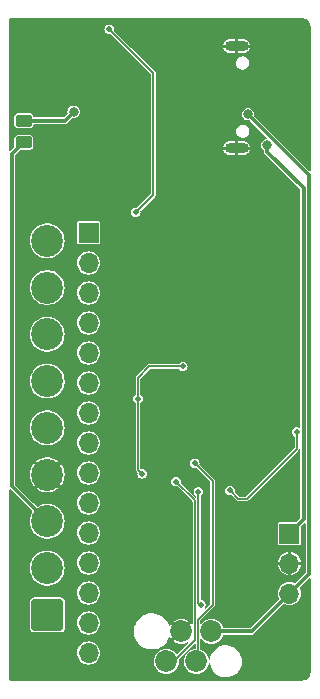
<source format=gbr>
%TF.GenerationSoftware,KiCad,Pcbnew,7.0.2*%
%TF.CreationDate,2023-08-01T17:34:10+02:00*%
%TF.ProjectId,playstation_adapter,706c6179-7374-4617-9469-6f6e5f616461,0.9*%
%TF.SameCoordinates,Original*%
%TF.FileFunction,Copper,L2,Bot*%
%TF.FilePolarity,Positive*%
%FSLAX46Y46*%
G04 Gerber Fmt 4.6, Leading zero omitted, Abs format (unit mm)*
G04 Created by KiCad (PCBNEW 7.0.2) date 2023-08-01 17:34:10*
%MOMM*%
%LPD*%
G01*
G04 APERTURE LIST*
G04 Aperture macros list*
%AMRoundRect*
0 Rectangle with rounded corners*
0 $1 Rounding radius*
0 $2 $3 $4 $5 $6 $7 $8 $9 X,Y pos of 4 corners*
0 Add a 4 corners polygon primitive as box body*
4,1,4,$2,$3,$4,$5,$6,$7,$8,$9,$2,$3,0*
0 Add four circle primitives for the rounded corners*
1,1,$1+$1,$2,$3*
1,1,$1+$1,$4,$5*
1,1,$1+$1,$6,$7*
1,1,$1+$1,$8,$9*
0 Add four rect primitives between the rounded corners*
20,1,$1+$1,$2,$3,$4,$5,0*
20,1,$1+$1,$4,$5,$6,$7,0*
20,1,$1+$1,$6,$7,$8,$9,0*
20,1,$1+$1,$8,$9,$2,$3,0*%
G04 Aperture macros list end*
%TA.AperFunction,ComponentPad*%
%ADD10O,2.000000X0.900000*%
%TD*%
%TA.AperFunction,ComponentPad*%
%ADD11R,1.700000X1.700000*%
%TD*%
%TA.AperFunction,ComponentPad*%
%ADD12O,1.700000X1.700000*%
%TD*%
%TA.AperFunction,ComponentPad*%
%ADD13C,1.850000*%
%TD*%
%TA.AperFunction,SMDPad,CuDef*%
%ADD14RoundRect,0.250000X-0.450000X0.262500X-0.450000X-0.262500X0.450000X-0.262500X0.450000X0.262500X0*%
%TD*%
%TA.AperFunction,ComponentPad*%
%ADD15RoundRect,0.250001X1.099999X-1.099999X1.099999X1.099999X-1.099999X1.099999X-1.099999X-1.099999X0*%
%TD*%
%TA.AperFunction,ComponentPad*%
%ADD16C,2.700000*%
%TD*%
%TA.AperFunction,ViaPad*%
%ADD17C,0.500000*%
%TD*%
%TA.AperFunction,ViaPad*%
%ADD18C,0.800000*%
%TD*%
%TA.AperFunction,Conductor*%
%ADD19C,0.300000*%
%TD*%
%TA.AperFunction,Conductor*%
%ADD20C,0.127000*%
%TD*%
G04 APERTURE END LIST*
D10*
%TO.P,J3,S1,SHIELD*%
%TO.N,GND*%
X75030000Y-48320000D03*
X75030000Y-39680000D03*
%TD*%
D11*
%TO.P,J2,1,Pin_1*%
%TO.N,/RP2040-base/GPIO1*%
X62500000Y-55500000D03*
D12*
%TO.P,J2,2,Pin_2*%
%TO.N,/RP2040-base/GPIO2*%
X62500000Y-58040000D03*
%TO.P,J2,3,Pin_3*%
%TO.N,/RP2040-base/GPIO3*%
X62500000Y-60580000D03*
%TO.P,J2,4,Pin_4*%
%TO.N,/RP2040-base/GPIO4*%
X62500000Y-63120000D03*
%TO.P,J2,5,Pin_5*%
%TO.N,/RP2040-base/GPIO5*%
X62500000Y-65660000D03*
%TO.P,J2,6,Pin_6*%
%TO.N,/RP2040-base/GPIO6*%
X62500000Y-68200000D03*
%TO.P,J2,7,Pin_7*%
%TO.N,/RP2040-base/GPIO7*%
X62500000Y-70740000D03*
%TO.P,J2,8,Pin_8*%
%TO.N,/RP2040-base/GPIO8*%
X62500000Y-73280000D03*
%TO.P,J2,9,Pin_9*%
%TO.N,/RP2040-base/GPIO9*%
X62500000Y-75820000D03*
%TO.P,J2,10,Pin_10*%
%TO.N,/RP2040-base/GPIO10*%
X62500000Y-78360000D03*
%TO.P,J2,11,Pin_11*%
%TO.N,/RP2040-base/GPIO11*%
X62500000Y-80900000D03*
%TO.P,J2,12,Pin_12*%
%TO.N,/RP2040-base/GPIO12*%
X62500000Y-83440000D03*
%TO.P,J2,13,Pin_13*%
%TO.N,/RP2040-base/GPIO14*%
X62500000Y-85980000D03*
%TO.P,J2,14,Pin_14*%
%TO.N,/RP2040-base/GPIO15*%
X62500000Y-88520000D03*
%TO.P,J2,15,Pin_15*%
%TO.N,/RP2040-base/GPIO16*%
X62500000Y-91060000D03*
%TD*%
D13*
%TO.P,SWD1,1,Pin_1*%
%TO.N,/RP2040-base/SWCLK*%
X69095000Y-91770000D03*
%TO.P,SWD1,2,Pin_2*%
%TO.N,GND*%
X70365000Y-89230000D03*
%TO.P,SWD1,3,Pin_3*%
%TO.N,/RP2040-base/SWD*%
X71635000Y-91770000D03*
%TO.P,SWD1,4,Pin_4*%
%TO.N,VBUS*%
X72905000Y-89230000D03*
%TD*%
D11*
%TO.P,J1,1,Pin_1*%
%TO.N,+3V3*%
X79500000Y-80960000D03*
D12*
%TO.P,J1,2,Pin_2*%
%TO.N,GND*%
X79500000Y-83500000D03*
%TO.P,J1,3,Pin_3*%
%TO.N,VBUS*%
X79500000Y-86040000D03*
%TD*%
D14*
%TO.P,R2,1*%
%TO.N,VBUS*%
X57000000Y-46000000D03*
%TO.P,R2,2*%
%TO.N,/vibrator power*%
X57000000Y-47825000D03*
%TD*%
D15*
%TO.P,J4,1,data*%
%TO.N,/RP2040-base/GPIO13*%
X59000000Y-87840000D03*
D16*
%TO.P,J4,2,cmd*%
%TO.N,/RP2040-base/GPIO12*%
X59000000Y-83880000D03*
%TO.P,J4,3,vpwr*%
%TO.N,/vibrator power*%
X59000000Y-79920000D03*
%TO.P,J4,4,gnd*%
%TO.N,GND*%
X59000000Y-75960000D03*
%TO.P,J4,5,pwr*%
%TO.N,+3V3*%
X59000000Y-72000000D03*
%TO.P,J4,6,att*%
%TO.N,/RP2040-base/GPIO6*%
X59000000Y-68040000D03*
%TO.P,J4,7,clk*%
%TO.N,/RP2040-base/GPIO4*%
X59000000Y-64080000D03*
%TO.P,J4,8,n.c.*%
%TO.N,unconnected-(J4-n.c.-Pad8)*%
X59000000Y-60120000D03*
%TO.P,J4,9,ack*%
%TO.N,/RP2040-base/GPIO0*%
X59000000Y-56160000D03*
%TD*%
D17*
%TO.N,GND*%
X67757359Y-84020815D03*
X73414214Y-70585786D03*
X74298097Y-72530330D03*
X67000000Y-45500000D03*
X80131728Y-69525126D03*
X69525126Y-61393398D03*
X68641243Y-79247845D03*
X76419417Y-76772971D03*
X77250000Y-66700000D03*
X69171573Y-72000000D03*
X69525126Y-79424621D03*
X61750000Y-50250000D03*
X74298097Y-71469670D03*
X79424621Y-68818019D03*
X67000000Y-43500000D03*
X72707107Y-56443651D03*
X79071068Y-74121320D03*
X68818019Y-62100505D03*
X61750000Y-49250000D03*
X68818019Y-64928932D03*
X70585786Y-80485281D03*
X72707107Y-54675884D03*
X72707107Y-52908117D03*
X65250000Y-50500000D03*
X72000000Y-46250000D03*
X73237437Y-73590990D03*
X70585786Y-70585786D03*
X67757359Y-78363961D03*
X66696699Y-82960155D03*
X67403806Y-67757359D03*
X68110913Y-62100505D03*
X72250000Y-41750000D03*
X76596194Y-65989592D03*
X72000000Y-69171573D03*
X70585786Y-73414214D03*
X76242641Y-64928932D03*
D18*
%TO.N,+3V3*%
X77651194Y-48052304D03*
D17*
X74474874Y-77303301D03*
X66696699Y-69525126D03*
X67050253Y-75889087D03*
X80131728Y-72353553D03*
X70479720Y-66802765D03*
%TO.N,/RP2040-base/~{USB_BOOT}*%
X66500000Y-53750000D03*
X64250000Y-38250000D03*
%TO.N,/RP2040-base/SWCLK*%
X69900000Y-76550000D03*
%TO.N,/RP2040-base/SWD*%
X71500000Y-75000000D03*
%TO.N,/RP2040-base/GPIO16*%
X71800000Y-77400000D03*
X72000000Y-87000000D03*
D18*
%TO.N,VBUS*%
X76000000Y-45444394D03*
X61250000Y-45250000D03*
%TD*%
D19*
%TO.N,+3V3*%
X80723000Y-79737000D02*
X79500000Y-80960000D01*
D20*
X66696699Y-75535534D02*
X67050253Y-75889087D01*
X66696699Y-69525126D02*
X66696699Y-75535534D01*
X75181981Y-78010408D02*
X75889087Y-78010408D01*
X67651293Y-66802765D02*
X70479720Y-66802765D01*
X66696699Y-69525126D02*
X66696699Y-67757359D01*
X66696699Y-67757359D02*
X67651293Y-66802765D01*
X80131728Y-73767767D02*
X80131728Y-72353553D01*
X74474874Y-77303301D02*
X75181981Y-78010408D01*
D19*
X80723000Y-51723000D02*
X80723000Y-79737000D01*
D20*
X75889087Y-78010408D02*
X80131728Y-73767767D01*
D19*
X77651194Y-48651194D02*
X80723000Y-51723000D01*
X77651194Y-48052304D02*
X77651194Y-48651194D01*
D20*
%TO.N,/RP2040-base/~{USB_BOOT}*%
X66500000Y-53750000D02*
X68000000Y-52250000D01*
X68000000Y-42000000D02*
X64250000Y-38250000D01*
X68000000Y-52250000D02*
X68000000Y-42000000D01*
%TO.N,/RP2040-base/SWCLK*%
X71500000Y-89960000D02*
X69460000Y-92000000D01*
X69900000Y-76550000D02*
X71500000Y-78150000D01*
X71500000Y-78150000D02*
X71500000Y-89960000D01*
%TO.N,/RP2040-base/SWD*%
X73000000Y-76500000D02*
X71500000Y-75000000D01*
X71754000Y-91651000D02*
X71754000Y-88246000D01*
X73000000Y-87000000D02*
X73000000Y-76500000D01*
X71635000Y-91770000D02*
X71754000Y-91651000D01*
X71754000Y-88246000D02*
X73000000Y-87000000D01*
%TO.N,/RP2040-base/GPIO16*%
X71800000Y-77400000D02*
X71800000Y-86800000D01*
X71800000Y-86800000D02*
X72000000Y-87000000D01*
D19*
%TO.N,VBUS*%
X81150000Y-84390000D02*
X79500000Y-86040000D01*
X76310000Y-89230000D02*
X72905000Y-89230000D01*
X79500000Y-86040000D02*
X76310000Y-89230000D01*
X81150000Y-50594394D02*
X81150000Y-84390000D01*
X60500000Y-46000000D02*
X61250000Y-45250000D01*
X76000000Y-45444394D02*
X81150000Y-50594394D01*
X57000000Y-46000000D02*
X60500000Y-46000000D01*
%TO.N,/vibrator power*%
X56000000Y-48825000D02*
X56000000Y-76920000D01*
X56000000Y-76920000D02*
X59000000Y-79920000D01*
X57000000Y-47825000D02*
X56000000Y-48825000D01*
%TD*%
%TA.AperFunction,Conductor*%
%TO.N,GND*%
G36*
X80603056Y-37300801D02*
G01*
X80730342Y-37313337D01*
X80742353Y-37315726D01*
X80861799Y-37351960D01*
X80873110Y-37356644D01*
X80983195Y-37415486D01*
X80993378Y-37422291D01*
X81089862Y-37501474D01*
X81098525Y-37510137D01*
X81177708Y-37606621D01*
X81184515Y-37616808D01*
X81243351Y-37726881D01*
X81248040Y-37738202D01*
X81284272Y-37857645D01*
X81286662Y-37869660D01*
X81299199Y-37996941D01*
X81299500Y-38003068D01*
X81299500Y-50200561D01*
X81281194Y-50244755D01*
X81237000Y-50263061D01*
X81192806Y-50244755D01*
X76537604Y-45589554D01*
X76519298Y-45545360D01*
X76519833Y-45537202D01*
X76522621Y-45516026D01*
X76532052Y-45444394D01*
X76513923Y-45306689D01*
X76460771Y-45178368D01*
X76460770Y-45178367D01*
X76460770Y-45178366D01*
X76376218Y-45068175D01*
X76266027Y-44983623D01*
X76137703Y-44930470D01*
X76000000Y-44912342D01*
X75862296Y-44930470D01*
X75733972Y-44983623D01*
X75623781Y-45068175D01*
X75539229Y-45178366D01*
X75486076Y-45306690D01*
X75467948Y-45444394D01*
X75486076Y-45582097D01*
X75539229Y-45710421D01*
X75623781Y-45820612D01*
X75733972Y-45905164D01*
X75733973Y-45905164D01*
X75733974Y-45905165D01*
X75862295Y-45958317D01*
X76000000Y-45976446D01*
X76092807Y-45964227D01*
X76139012Y-45976607D01*
X76145159Y-45981998D01*
X77590048Y-47426886D01*
X77608354Y-47471080D01*
X77590048Y-47515274D01*
X77554013Y-47533045D01*
X77513490Y-47538380D01*
X77385166Y-47591533D01*
X77274975Y-47676085D01*
X77190423Y-47786276D01*
X77137270Y-47914600D01*
X77119142Y-48052304D01*
X77137270Y-48190007D01*
X77190423Y-48318331D01*
X77255792Y-48403521D01*
X77274976Y-48428522D01*
X77349241Y-48485507D01*
X77373159Y-48526932D01*
X77373694Y-48535091D01*
X77373694Y-48595731D01*
X77371464Y-48609397D01*
X77373627Y-48656159D01*
X77373694Y-48659046D01*
X77373694Y-48676911D01*
X77374083Y-48678994D01*
X77375079Y-48687582D01*
X77376386Y-48715829D01*
X77381406Y-48727199D01*
X77385667Y-48740957D01*
X77387951Y-48753177D01*
X77402835Y-48777216D01*
X77406870Y-48784871D01*
X77418291Y-48810736D01*
X77427080Y-48819525D01*
X77436024Y-48830816D01*
X77442566Y-48841382D01*
X77465129Y-48858421D01*
X77471658Y-48864103D01*
X80427194Y-51819639D01*
X80445500Y-51863833D01*
X80445500Y-71957456D01*
X80427194Y-72001650D01*
X80383000Y-72019956D01*
X80354626Y-72013144D01*
X80258284Y-71964055D01*
X80131728Y-71944011D01*
X80005171Y-71964055D01*
X79891004Y-72022226D01*
X79800401Y-72112829D01*
X79742230Y-72226996D01*
X79722186Y-72353552D01*
X79742230Y-72480109D01*
X79800401Y-72594276D01*
X79891004Y-72684877D01*
X79891005Y-72684879D01*
X79906602Y-72692826D01*
X79937669Y-72729200D01*
X79940728Y-72748514D01*
X79940728Y-73662764D01*
X79922422Y-73706958D01*
X75828278Y-77801102D01*
X75784084Y-77819408D01*
X75286984Y-77819408D01*
X75242790Y-77801102D01*
X74887869Y-77446181D01*
X74869563Y-77401987D01*
X74870331Y-77392222D01*
X74884416Y-77303301D01*
X74864372Y-77176746D01*
X74820726Y-77091086D01*
X74806200Y-77062577D01*
X74715597Y-76971974D01*
X74601430Y-76913803D01*
X74538151Y-76903781D01*
X74474874Y-76893759D01*
X74474873Y-76893759D01*
X74348317Y-76913803D01*
X74234150Y-76971974D01*
X74143547Y-77062577D01*
X74085376Y-77176744D01*
X74065332Y-77303300D01*
X74085376Y-77429857D01*
X74143547Y-77544024D01*
X74234150Y-77634627D01*
X74348317Y-77692798D01*
X74348319Y-77692799D01*
X74474874Y-77712843D01*
X74563784Y-77698760D01*
X74610296Y-77709926D01*
X74617754Y-77716296D01*
X75016466Y-78115008D01*
X75028580Y-78132079D01*
X75028809Y-78132554D01*
X75028811Y-78132557D01*
X75051772Y-78150868D01*
X75056987Y-78155529D01*
X75062141Y-78160683D01*
X75068313Y-78164561D01*
X75074020Y-78168611D01*
X75096975Y-78186917D01*
X75096978Y-78186919D01*
X75097485Y-78187034D01*
X75116829Y-78195045D01*
X75117275Y-78195326D01*
X75146448Y-78198612D01*
X75153343Y-78199783D01*
X75160460Y-78201408D01*
X75167745Y-78201408D01*
X75174742Y-78201801D01*
X75177975Y-78202165D01*
X75203916Y-78205088D01*
X75204410Y-78204914D01*
X75225052Y-78201408D01*
X75846016Y-78201408D01*
X75866657Y-78204914D01*
X75867152Y-78205088D01*
X75893420Y-78202128D01*
X75896326Y-78201801D01*
X75903323Y-78201408D01*
X75910610Y-78201408D01*
X75917708Y-78199787D01*
X75924621Y-78198611D01*
X75953793Y-78195326D01*
X75954228Y-78195052D01*
X75973583Y-78187035D01*
X75974090Y-78186919D01*
X75997038Y-78168617D01*
X76002749Y-78164563D01*
X76008927Y-78160683D01*
X76014093Y-78155515D01*
X76019292Y-78150870D01*
X76042257Y-78132557D01*
X76042484Y-78132084D01*
X76054598Y-78115010D01*
X80236330Y-73933278D01*
X80253404Y-73921164D01*
X80253877Y-73920937D01*
X80272190Y-73897972D01*
X80276835Y-73892773D01*
X80282003Y-73887607D01*
X80285883Y-73881429D01*
X80289937Y-73875718D01*
X80308239Y-73852770D01*
X80308355Y-73852263D01*
X80316373Y-73832907D01*
X80316646Y-73832473D01*
X80319931Y-73803301D01*
X80321108Y-73796383D01*
X80322070Y-73792172D01*
X80349758Y-73753164D01*
X80396919Y-73745161D01*
X80435927Y-73772849D01*
X80445500Y-73806091D01*
X80445500Y-79596168D01*
X80427194Y-79640362D01*
X80103362Y-79964194D01*
X80059168Y-79982500D01*
X78637442Y-79982500D01*
X78618846Y-79986199D01*
X78600251Y-79989898D01*
X78558078Y-80018078D01*
X78529898Y-80060251D01*
X78529897Y-80060252D01*
X78529898Y-80060252D01*
X78522500Y-80097442D01*
X78522500Y-81822558D01*
X78529898Y-81859748D01*
X78558078Y-81901922D01*
X78600252Y-81930102D01*
X78637442Y-81937500D01*
X78637443Y-81937500D01*
X80362557Y-81937500D01*
X80362558Y-81937500D01*
X80399748Y-81930102D01*
X80441922Y-81901922D01*
X80470102Y-81859748D01*
X80477500Y-81822558D01*
X80477500Y-80400830D01*
X80495805Y-80356638D01*
X80765806Y-80086638D01*
X80810000Y-80068332D01*
X80854194Y-80086638D01*
X80872500Y-80130832D01*
X80872500Y-84249167D01*
X80854194Y-84293361D01*
X79999329Y-85148225D01*
X79955135Y-85166531D01*
X79925673Y-85159151D01*
X79875884Y-85132538D01*
X79691622Y-85076642D01*
X79500000Y-85057770D01*
X79308377Y-85076642D01*
X79124114Y-85132538D01*
X78954303Y-85223305D01*
X78805459Y-85345459D01*
X78683305Y-85494303D01*
X78592538Y-85664114D01*
X78536642Y-85848377D01*
X78517770Y-86040000D01*
X78536642Y-86231622D01*
X78592538Y-86415884D01*
X78619151Y-86465673D01*
X78623840Y-86513278D01*
X78608225Y-86539329D01*
X76213362Y-88934194D01*
X76169168Y-88952500D01*
X73967035Y-88952500D01*
X73922841Y-88934194D01*
X73907226Y-88908143D01*
X73882089Y-88825277D01*
X73784356Y-88642433D01*
X73703644Y-88544085D01*
X73652831Y-88482168D01*
X73534873Y-88385364D01*
X73492567Y-88350644D01*
X73309723Y-88252911D01*
X73309723Y-88252910D01*
X73111324Y-88192727D01*
X72927539Y-88174626D01*
X72905000Y-88172407D01*
X72904999Y-88172407D01*
X72698675Y-88192727D01*
X72500276Y-88252911D01*
X72399444Y-88306808D01*
X72317433Y-88350644D01*
X72317431Y-88350645D01*
X72317430Y-88350646D01*
X72157171Y-88482166D01*
X72055813Y-88605672D01*
X72013626Y-88628221D01*
X71967850Y-88614335D01*
X71945301Y-88572148D01*
X71945000Y-88566022D01*
X71945000Y-88351002D01*
X71963305Y-88306809D01*
X73104602Y-87165511D01*
X73121676Y-87153397D01*
X73122149Y-87153170D01*
X73140462Y-87130205D01*
X73145107Y-87125006D01*
X73150275Y-87119840D01*
X73154155Y-87113662D01*
X73158209Y-87107951D01*
X73176511Y-87085003D01*
X73176627Y-87084496D01*
X73184645Y-87065140D01*
X73184918Y-87064706D01*
X73188203Y-87035534D01*
X73189379Y-87028621D01*
X73191000Y-87021522D01*
X73191000Y-87014235D01*
X73191393Y-87007237D01*
X73191830Y-87003357D01*
X73194680Y-86978065D01*
X73194507Y-86977570D01*
X73191000Y-86956929D01*
X73191000Y-83627000D01*
X78530782Y-83627000D01*
X78537136Y-83691522D01*
X78593003Y-83875692D01*
X78683724Y-84045419D01*
X78805813Y-84194186D01*
X78954580Y-84316275D01*
X79124307Y-84406996D01*
X79308477Y-84462863D01*
X79373000Y-84469217D01*
X79373000Y-83986881D01*
X79464237Y-84000000D01*
X79535763Y-84000000D01*
X79627000Y-83986881D01*
X79627000Y-84469217D01*
X79691522Y-84462863D01*
X79875692Y-84406996D01*
X80045419Y-84316275D01*
X80194186Y-84194186D01*
X80316275Y-84045419D01*
X80406996Y-83875692D01*
X80462863Y-83691522D01*
X80469218Y-83627000D01*
X79983818Y-83627000D01*
X80000000Y-83571889D01*
X80000000Y-83428111D01*
X79983818Y-83373000D01*
X80469217Y-83373000D01*
X80462863Y-83308477D01*
X80406996Y-83124307D01*
X80316275Y-82954580D01*
X80194186Y-82805813D01*
X80045419Y-82683724D01*
X79875692Y-82593003D01*
X79691524Y-82537136D01*
X79627000Y-82530780D01*
X79627000Y-83013118D01*
X79535763Y-83000000D01*
X79464237Y-83000000D01*
X79373000Y-83013118D01*
X79373000Y-82530781D01*
X79372999Y-82530780D01*
X79308475Y-82537136D01*
X79124307Y-82593003D01*
X78954580Y-82683724D01*
X78805813Y-82805813D01*
X78683724Y-82954580D01*
X78593003Y-83124307D01*
X78537136Y-83308477D01*
X78530782Y-83373000D01*
X79016182Y-83373000D01*
X79000000Y-83428111D01*
X79000000Y-83571889D01*
X79016182Y-83627000D01*
X78530782Y-83627000D01*
X73191000Y-83627000D01*
X73191000Y-76543070D01*
X73194507Y-76522427D01*
X73194680Y-76521935D01*
X73191393Y-76492760D01*
X73191000Y-76485763D01*
X73191000Y-76478482D01*
X73191000Y-76478479D01*
X73189375Y-76471362D01*
X73188203Y-76464460D01*
X73185585Y-76441221D01*
X73184918Y-76435294D01*
X73184637Y-76434848D01*
X73176626Y-76415504D01*
X73176511Y-76414997D01*
X73176509Y-76414994D01*
X73158203Y-76392039D01*
X73154153Y-76386332D01*
X73150275Y-76380160D01*
X73145121Y-76375006D01*
X73140460Y-76369791D01*
X73122149Y-76346830D01*
X73122146Y-76346828D01*
X73121671Y-76346599D01*
X73104600Y-76334485D01*
X71912995Y-75142880D01*
X71894689Y-75098686D01*
X71895457Y-75088921D01*
X71909542Y-75000000D01*
X71889498Y-74873445D01*
X71866807Y-74828912D01*
X71831326Y-74759276D01*
X71740723Y-74668673D01*
X71626556Y-74610502D01*
X71500000Y-74590458D01*
X71373443Y-74610502D01*
X71259276Y-74668673D01*
X71168673Y-74759276D01*
X71110502Y-74873443D01*
X71090458Y-75000000D01*
X71110502Y-75126556D01*
X71168673Y-75240723D01*
X71259276Y-75331326D01*
X71373443Y-75389497D01*
X71373445Y-75389498D01*
X71500000Y-75409542D01*
X71588910Y-75395459D01*
X71635422Y-75406625D01*
X71642880Y-75412995D01*
X72790694Y-76560809D01*
X72809000Y-76605003D01*
X72809000Y-86894997D01*
X72790694Y-86939191D01*
X72446390Y-87283494D01*
X72402196Y-87301800D01*
X72358002Y-87283494D01*
X72339696Y-87239300D01*
X72346507Y-87210928D01*
X72389498Y-87126555D01*
X72409542Y-87000000D01*
X72389498Y-86873445D01*
X72350391Y-86796694D01*
X72331326Y-86759276D01*
X72240723Y-86668673D01*
X72126556Y-86610502D01*
X72043723Y-86597383D01*
X72002936Y-86572388D01*
X71991000Y-86535652D01*
X71991000Y-77794961D01*
X72009306Y-77750767D01*
X72025126Y-77739273D01*
X72040723Y-77731326D01*
X72131326Y-77640723D01*
X72189498Y-77526555D01*
X72209542Y-77400000D01*
X72189498Y-77273445D01*
X72140226Y-77176744D01*
X72131326Y-77159276D01*
X72040723Y-77068673D01*
X71926556Y-77010502D01*
X71800000Y-76990458D01*
X71673443Y-77010502D01*
X71559276Y-77068673D01*
X71468673Y-77159276D01*
X71410502Y-77273443D01*
X71390458Y-77400000D01*
X71410502Y-77526556D01*
X71468673Y-77640723D01*
X71520749Y-77692798D01*
X71559277Y-77731326D01*
X71574874Y-77739273D01*
X71605941Y-77775647D01*
X71609000Y-77794961D01*
X71609000Y-77837997D01*
X71590694Y-77882191D01*
X71546500Y-77900497D01*
X71502306Y-77882191D01*
X70312995Y-76692880D01*
X70294689Y-76648686D01*
X70295457Y-76638921D01*
X70309542Y-76550000D01*
X70289498Y-76423445D01*
X70285450Y-76415500D01*
X70231326Y-76309276D01*
X70140723Y-76218673D01*
X70026556Y-76160502D01*
X69900000Y-76140458D01*
X69773443Y-76160502D01*
X69659276Y-76218673D01*
X69568673Y-76309276D01*
X69510502Y-76423443D01*
X69490458Y-76550000D01*
X69510502Y-76676556D01*
X69568673Y-76790723D01*
X69659276Y-76881326D01*
X69719028Y-76911771D01*
X69773445Y-76939498D01*
X69900000Y-76959542D01*
X69988910Y-76945459D01*
X70035422Y-76956625D01*
X70042880Y-76962995D01*
X71290694Y-78210809D01*
X71309000Y-78255003D01*
X71309000Y-88547314D01*
X71290694Y-88591508D01*
X71246500Y-88609814D01*
X71202306Y-88591508D01*
X71198187Y-88586964D01*
X71193432Y-88581171D01*
X70959770Y-88814832D01*
X70895936Y-88729088D01*
X70781950Y-88633442D01*
X71013827Y-88401566D01*
X71013827Y-88401565D01*
X70952289Y-88351062D01*
X70769532Y-88253376D01*
X70571226Y-88193221D01*
X70365000Y-88172910D01*
X70158773Y-88193221D01*
X69960467Y-88253376D01*
X69777713Y-88351061D01*
X69716171Y-88401566D01*
X69949877Y-88635272D01*
X69895806Y-88670837D01*
X69779501Y-88794112D01*
X69768522Y-88813127D01*
X69536566Y-88581171D01*
X69486062Y-88642712D01*
X69429542Y-88748451D01*
X69392564Y-88778797D01*
X69344959Y-88774108D01*
X69314613Y-88737130D01*
X69314431Y-88736518D01*
X69299760Y-88685867D01*
X69193895Y-88462762D01*
X69193894Y-88462761D01*
X69193893Y-88462758D01*
X69053613Y-88259528D01*
X68882545Y-88081427D01*
X68685126Y-87933076D01*
X68466466Y-87818315D01*
X68465380Y-87817952D01*
X68232224Y-87740113D01*
X67988474Y-87700500D01*
X67803361Y-87700500D01*
X67802116Y-87700600D01*
X67802103Y-87700601D01*
X67618855Y-87715394D01*
X67457512Y-87755162D01*
X67379081Y-87774494D01*
X67276231Y-87818314D01*
X67151888Y-87871291D01*
X66943176Y-88003272D01*
X66758333Y-88167029D01*
X66602151Y-88358317D01*
X66541853Y-88462758D01*
X66482234Y-88566022D01*
X66478675Y-88572186D01*
X66391108Y-88803078D01*
X66341711Y-89045041D01*
X66331768Y-89291786D01*
X66361535Y-89536936D01*
X66430237Y-89774129D01*
X66536106Y-89997241D01*
X66676386Y-90200471D01*
X66847454Y-90378572D01*
X67044873Y-90526923D01*
X67044875Y-90526924D01*
X67263537Y-90641686D01*
X67497776Y-90719887D01*
X67741526Y-90759500D01*
X67741529Y-90759500D01*
X67925381Y-90759500D01*
X67926639Y-90759500D01*
X68111147Y-90744605D01*
X68350919Y-90685506D01*
X68578107Y-90588711D01*
X68786825Y-90456726D01*
X68971668Y-90292969D01*
X69127849Y-90101682D01*
X69251323Y-89887818D01*
X69315646Y-89718211D01*
X69348432Y-89683383D01*
X69396246Y-89681938D01*
X69429203Y-89710914D01*
X69486064Y-89817291D01*
X69536565Y-89878827D01*
X69536566Y-89878827D01*
X69770227Y-89645165D01*
X69834064Y-89730912D01*
X69948047Y-89826556D01*
X69716171Y-90058432D01*
X69716171Y-90058433D01*
X69777710Y-90108937D01*
X69960467Y-90206623D01*
X70158773Y-90266778D01*
X70365000Y-90287089D01*
X70571226Y-90266778D01*
X70769530Y-90206623D01*
X70857092Y-90159820D01*
X70904697Y-90155131D01*
X70941675Y-90185477D01*
X70946364Y-90233082D01*
X70930749Y-90259134D01*
X70038034Y-91151849D01*
X69993840Y-91170155D01*
X69949646Y-91151849D01*
X69945527Y-91147305D01*
X69873877Y-91059999D01*
X69842831Y-91022169D01*
X69842829Y-91022167D01*
X69842828Y-91022166D01*
X69682569Y-90890646D01*
X69682570Y-90890646D01*
X69682567Y-90890644D01*
X69499723Y-90792911D01*
X69389582Y-90759500D01*
X69301324Y-90732727D01*
X69117539Y-90714626D01*
X69095000Y-90712407D01*
X69094999Y-90712407D01*
X68888675Y-90732727D01*
X68690276Y-90792911D01*
X68585294Y-90849025D01*
X68507433Y-90890644D01*
X68507431Y-90890645D01*
X68507430Y-90890646D01*
X68347168Y-91022168D01*
X68215646Y-91182430D01*
X68117911Y-91365276D01*
X68057727Y-91563675D01*
X68037407Y-91770000D01*
X68057727Y-91976324D01*
X68082017Y-92056397D01*
X68117911Y-92174723D01*
X68215644Y-92357567D01*
X68250364Y-92399873D01*
X68347168Y-92517831D01*
X68420901Y-92578341D01*
X68507433Y-92649356D01*
X68690277Y-92747089D01*
X68888674Y-92807272D01*
X69095000Y-92827593D01*
X69301326Y-92807272D01*
X69499723Y-92747089D01*
X69682567Y-92649356D01*
X69842831Y-92517831D01*
X69974356Y-92357567D01*
X70072089Y-92174723D01*
X70132272Y-91976326D01*
X70152593Y-91770000D01*
X70138232Y-91624195D01*
X70152118Y-91578420D01*
X70156227Y-91573886D01*
X71456307Y-90273807D01*
X71500500Y-90255502D01*
X71544694Y-90273808D01*
X71563000Y-90318002D01*
X71563000Y-90662851D01*
X71544694Y-90707045D01*
X71506626Y-90725050D01*
X71428675Y-90732727D01*
X71230276Y-90792911D01*
X71125294Y-90849025D01*
X71047433Y-90890644D01*
X71047431Y-90890645D01*
X71047430Y-90890646D01*
X70887168Y-91022168D01*
X70755646Y-91182430D01*
X70657911Y-91365276D01*
X70597727Y-91563675D01*
X70577407Y-91769999D01*
X70597727Y-91976324D01*
X70622017Y-92056397D01*
X70657911Y-92174723D01*
X70755644Y-92357567D01*
X70790364Y-92399873D01*
X70887168Y-92517831D01*
X70960901Y-92578341D01*
X71047433Y-92649356D01*
X71230277Y-92747089D01*
X71428674Y-92807272D01*
X71635000Y-92827593D01*
X71841326Y-92807272D01*
X72039723Y-92747089D01*
X72222567Y-92649356D01*
X72382831Y-92517831D01*
X72514356Y-92357567D01*
X72612089Y-92174723D01*
X72672272Y-91976326D01*
X72672272Y-91976324D01*
X72673302Y-91972930D01*
X72703649Y-91935953D01*
X72751254Y-91931264D01*
X72788231Y-91961611D01*
X72794208Y-91977906D01*
X72835189Y-92168061D01*
X72921159Y-92382007D01*
X73042047Y-92578341D01*
X73146418Y-92696930D01*
X73194380Y-92751425D01*
X73373772Y-92896274D01*
X73464857Y-92947156D01*
X73575060Y-93008720D01*
X73575063Y-93008721D01*
X73792462Y-93085533D01*
X74019715Y-93124500D01*
X74191203Y-93124500D01*
X74192535Y-93124500D01*
X74364739Y-93109843D01*
X74587869Y-93051745D01*
X74797971Y-92956773D01*
X74989000Y-92827659D01*
X75073067Y-92747088D01*
X75155462Y-92668120D01*
X75266614Y-92517831D01*
X75292566Y-92482742D01*
X75396370Y-92276860D01*
X75396370Y-92276859D01*
X75396372Y-92276856D01*
X75463885Y-92056401D01*
X75465700Y-92042229D01*
X75493172Y-91827694D01*
X75483386Y-91597332D01*
X75434810Y-91371938D01*
X75348841Y-91157994D01*
X75348840Y-91157992D01*
X75227952Y-90961658D01*
X75075620Y-90788575D01*
X75006455Y-90732728D01*
X74896228Y-90643726D01*
X74877107Y-90633044D01*
X74694939Y-90531279D01*
X74477538Y-90454467D01*
X74250285Y-90415500D01*
X74077465Y-90415500D01*
X74076159Y-90415611D01*
X74076139Y-90415612D01*
X73905258Y-90430157D01*
X73682134Y-90488254D01*
X73682132Y-90488254D01*
X73682131Y-90488255D01*
X73624506Y-90514303D01*
X73472030Y-90583226D01*
X73280996Y-90712343D01*
X73114537Y-90871879D01*
X72977435Y-91057255D01*
X72873627Y-91263143D01*
X72806114Y-91483598D01*
X72796101Y-91561795D01*
X72772329Y-91603306D01*
X72726168Y-91615850D01*
X72684657Y-91592078D01*
X72675539Y-91569115D01*
X72674059Y-91569565D01*
X72671702Y-91561795D01*
X72612089Y-91365277D01*
X72514356Y-91182433D01*
X72462275Y-91118972D01*
X72382831Y-91022168D01*
X72222569Y-90890646D01*
X72222570Y-90890646D01*
X72222567Y-90890644D01*
X72134414Y-90843525D01*
X72039723Y-90792910D01*
X71989357Y-90777632D01*
X71952380Y-90747285D01*
X71945000Y-90717823D01*
X71945000Y-89893977D01*
X71963306Y-89849783D01*
X72007500Y-89831477D01*
X72051694Y-89849783D01*
X72055813Y-89854328D01*
X72157168Y-89977831D01*
X72253972Y-90057275D01*
X72317433Y-90109356D01*
X72500277Y-90207089D01*
X72698674Y-90267272D01*
X72905000Y-90287593D01*
X73111326Y-90267272D01*
X73309723Y-90207089D01*
X73492567Y-90109356D01*
X73652831Y-89977831D01*
X73784356Y-89817567D01*
X73882089Y-89634723D01*
X73907226Y-89551856D01*
X73937573Y-89514880D01*
X73967035Y-89507500D01*
X76254537Y-89507500D01*
X76268203Y-89509729D01*
X76270996Y-89509599D01*
X76270997Y-89509600D01*
X76314964Y-89507567D01*
X76317852Y-89507500D01*
X76335714Y-89507500D01*
X76335715Y-89507500D01*
X76337792Y-89507111D01*
X76346390Y-89506113D01*
X76374635Y-89504808D01*
X76386002Y-89499788D01*
X76399763Y-89495526D01*
X76411981Y-89493243D01*
X76436017Y-89478359D01*
X76443675Y-89474324D01*
X76453402Y-89470029D01*
X76469542Y-89462903D01*
X76474929Y-89457515D01*
X76478332Y-89454113D01*
X76489627Y-89445166D01*
X76500189Y-89438627D01*
X76517228Y-89416062D01*
X76522903Y-89409540D01*
X79000670Y-86931772D01*
X79044863Y-86913467D01*
X79074322Y-86920846D01*
X79124117Y-86947462D01*
X79308376Y-87003357D01*
X79500000Y-87022230D01*
X79691624Y-87003357D01*
X79875883Y-86947462D01*
X80045698Y-86856694D01*
X80194541Y-86734541D01*
X80316694Y-86585698D01*
X80407462Y-86415883D01*
X80463357Y-86231624D01*
X80482230Y-86040000D01*
X80463357Y-85848376D01*
X80407462Y-85664117D01*
X80380846Y-85614323D01*
X80376158Y-85566721D01*
X80391771Y-85540671D01*
X81192807Y-84739636D01*
X81237000Y-84721331D01*
X81281194Y-84739637D01*
X81299500Y-84783831D01*
X81299500Y-92696930D01*
X81299199Y-92703056D01*
X81286662Y-92830338D01*
X81284272Y-92842354D01*
X81248040Y-92961797D01*
X81243351Y-92973118D01*
X81184515Y-93083191D01*
X81177708Y-93093378D01*
X81098525Y-93189862D01*
X81089862Y-93198525D01*
X80993378Y-93277708D01*
X80983191Y-93284515D01*
X80873118Y-93343351D01*
X80861797Y-93348040D01*
X80742354Y-93384272D01*
X80730338Y-93386662D01*
X80603056Y-93399199D01*
X80596930Y-93399500D01*
X55863000Y-93399500D01*
X55818806Y-93381194D01*
X55800500Y-93337000D01*
X55800500Y-91059999D01*
X61517770Y-91059999D01*
X61536642Y-91251622D01*
X61592538Y-91435885D01*
X61676026Y-91592078D01*
X61683306Y-91605698D01*
X61805459Y-91754541D01*
X61954302Y-91876694D01*
X62034058Y-91919324D01*
X62124114Y-91967461D01*
X62124116Y-91967461D01*
X62124117Y-91967462D01*
X62308376Y-92023357D01*
X62500000Y-92042230D01*
X62691624Y-92023357D01*
X62875883Y-91967462D01*
X63045698Y-91876694D01*
X63194541Y-91754541D01*
X63316694Y-91605698D01*
X63407462Y-91435883D01*
X63463357Y-91251624D01*
X63482230Y-91060000D01*
X63463357Y-90868376D01*
X63407462Y-90684117D01*
X63407461Y-90684116D01*
X63407461Y-90684114D01*
X63325768Y-90531279D01*
X63316694Y-90514302D01*
X63194541Y-90365459D01*
X63045698Y-90243306D01*
X62977941Y-90207089D01*
X62875885Y-90152538D01*
X62691622Y-90096642D01*
X62520933Y-90079831D01*
X62500000Y-90077770D01*
X62499999Y-90077770D01*
X62308377Y-90096642D01*
X62124114Y-90152538D01*
X61954303Y-90243305D01*
X61805459Y-90365459D01*
X61683305Y-90514303D01*
X61592538Y-90684114D01*
X61536642Y-90868377D01*
X61517770Y-91059999D01*
X55800500Y-91059999D01*
X55800500Y-88975825D01*
X57522500Y-88975825D01*
X57533191Y-89049204D01*
X57588523Y-89162388D01*
X57588524Y-89162389D01*
X57677611Y-89251476D01*
X57790797Y-89306809D01*
X57864174Y-89317500D01*
X60135826Y-89317500D01*
X60209203Y-89306809D01*
X60322389Y-89251476D01*
X60411476Y-89162389D01*
X60466809Y-89049203D01*
X60477500Y-88975826D01*
X60477500Y-88520000D01*
X61517770Y-88520000D01*
X61536642Y-88711622D01*
X61592538Y-88895885D01*
X61672265Y-89045041D01*
X61683306Y-89065698D01*
X61805459Y-89214541D01*
X61954302Y-89336694D01*
X61991828Y-89356752D01*
X62124114Y-89427461D01*
X62124116Y-89427461D01*
X62124117Y-89427462D01*
X62308376Y-89483357D01*
X62500000Y-89502230D01*
X62691624Y-89483357D01*
X62875883Y-89427462D01*
X63045698Y-89336694D01*
X63194541Y-89214541D01*
X63316694Y-89065698D01*
X63407462Y-88895883D01*
X63463357Y-88711624D01*
X63482230Y-88520000D01*
X63463357Y-88328376D01*
X63407462Y-88144117D01*
X63407461Y-88144116D01*
X63407461Y-88144114D01*
X63332180Y-88003274D01*
X63316694Y-87974302D01*
X63194541Y-87825459D01*
X63045698Y-87703306D01*
X63035396Y-87697799D01*
X62875885Y-87612538D01*
X62691622Y-87556642D01*
X62520933Y-87539831D01*
X62500000Y-87537770D01*
X62499999Y-87537770D01*
X62308377Y-87556642D01*
X62124114Y-87612538D01*
X61954303Y-87703305D01*
X61805459Y-87825459D01*
X61683305Y-87974303D01*
X61592538Y-88144114D01*
X61536642Y-88328377D01*
X61517770Y-88520000D01*
X60477500Y-88520000D01*
X60477500Y-86704174D01*
X60466809Y-86630797D01*
X60411476Y-86517611D01*
X60322389Y-86428524D01*
X60322388Y-86428523D01*
X60209204Y-86373191D01*
X60135826Y-86362500D01*
X57864174Y-86362500D01*
X57790795Y-86373191D01*
X57677611Y-86428523D01*
X57588523Y-86517611D01*
X57533191Y-86630795D01*
X57522500Y-86704174D01*
X57522500Y-88975825D01*
X55800500Y-88975825D01*
X55800500Y-85980000D01*
X61517770Y-85980000D01*
X61536642Y-86171622D01*
X61592538Y-86355885D01*
X61631365Y-86428524D01*
X61683306Y-86525698D01*
X61805459Y-86674541D01*
X61954302Y-86796694D01*
X62034058Y-86839324D01*
X62124114Y-86887461D01*
X62124116Y-86887461D01*
X62124117Y-86887462D01*
X62308376Y-86943357D01*
X62500000Y-86962230D01*
X62691624Y-86943357D01*
X62875883Y-86887462D01*
X63045698Y-86796694D01*
X63194541Y-86674541D01*
X63316694Y-86525698D01*
X63407462Y-86355883D01*
X63463357Y-86171624D01*
X63482230Y-85980000D01*
X63463357Y-85788376D01*
X63407462Y-85604117D01*
X63407461Y-85604116D01*
X63407461Y-85604114D01*
X63348765Y-85494302D01*
X63316694Y-85434302D01*
X63194541Y-85285459D01*
X63045698Y-85163306D01*
X63035396Y-85157799D01*
X62875885Y-85072538D01*
X62691622Y-85016642D01*
X62520933Y-84999831D01*
X62500000Y-84997770D01*
X62499999Y-84997770D01*
X62308377Y-85016642D01*
X62124114Y-85072538D01*
X61954303Y-85163305D01*
X61805459Y-85285459D01*
X61683305Y-85434303D01*
X61592538Y-85604114D01*
X61536642Y-85788377D01*
X61517770Y-85980000D01*
X55800500Y-85980000D01*
X55800500Y-83880000D01*
X57517436Y-83880000D01*
X57537656Y-84124022D01*
X57597765Y-84361388D01*
X57696124Y-84585622D01*
X57830049Y-84790610D01*
X57995887Y-84970758D01*
X58189114Y-85121153D01*
X58404461Y-85237693D01*
X58636052Y-85317198D01*
X58877571Y-85357500D01*
X58877573Y-85357500D01*
X59122427Y-85357500D01*
X59122429Y-85357500D01*
X59363948Y-85317198D01*
X59595539Y-85237693D01*
X59810886Y-85121153D01*
X60004113Y-84970758D01*
X60169951Y-84790610D01*
X60303876Y-84585622D01*
X60402235Y-84361388D01*
X60462344Y-84124022D01*
X60482564Y-83880000D01*
X60462344Y-83635978D01*
X60412716Y-83440000D01*
X61517770Y-83440000D01*
X61536642Y-83631622D01*
X61592538Y-83815885D01*
X61677799Y-83975396D01*
X61683306Y-83985698D01*
X61805459Y-84134541D01*
X61954302Y-84256694D01*
X61988655Y-84275056D01*
X62124114Y-84347461D01*
X62124116Y-84347461D01*
X62124117Y-84347462D01*
X62308376Y-84403357D01*
X62500000Y-84422230D01*
X62691624Y-84403357D01*
X62875883Y-84347462D01*
X63045698Y-84256694D01*
X63194541Y-84134541D01*
X63316694Y-83985698D01*
X63407462Y-83815883D01*
X63463357Y-83631624D01*
X63482230Y-83440000D01*
X63463357Y-83248376D01*
X63407462Y-83064117D01*
X63407461Y-83064116D01*
X63407461Y-83064114D01*
X63348913Y-82954580D01*
X63316694Y-82894302D01*
X63194541Y-82745459D01*
X63045698Y-82623306D01*
X63035396Y-82617799D01*
X62875885Y-82532538D01*
X62691622Y-82476642D01*
X62520933Y-82459831D01*
X62500000Y-82457770D01*
X62499999Y-82457770D01*
X62308377Y-82476642D01*
X62124114Y-82532538D01*
X61954303Y-82623305D01*
X61805459Y-82745459D01*
X61683305Y-82894303D01*
X61592538Y-83064114D01*
X61536642Y-83248377D01*
X61517770Y-83440000D01*
X60412716Y-83440000D01*
X60402235Y-83398612D01*
X60303876Y-83174378D01*
X60169951Y-82969390D01*
X60004113Y-82789242D01*
X59810886Y-82638847D01*
X59595539Y-82522307D01*
X59363948Y-82442802D01*
X59122429Y-82402500D01*
X58877571Y-82402500D01*
X58636052Y-82442802D01*
X58423011Y-82515938D01*
X58404458Y-82522308D01*
X58189112Y-82638848D01*
X57995889Y-82789240D01*
X57830048Y-82969390D01*
X57696125Y-83174376D01*
X57696124Y-83174378D01*
X57597765Y-83398612D01*
X57537656Y-83635978D01*
X57517436Y-83880000D01*
X55800500Y-83880000D01*
X55800500Y-77263833D01*
X55818806Y-77219639D01*
X55863000Y-77201333D01*
X55907194Y-77219639D01*
X57741562Y-79054007D01*
X57759868Y-79098201D01*
X57749691Y-79132385D01*
X57696124Y-79214376D01*
X57648321Y-79323357D01*
X57597765Y-79438612D01*
X57537656Y-79675978D01*
X57517436Y-79920000D01*
X57537656Y-80164022D01*
X57597765Y-80401388D01*
X57696124Y-80625622D01*
X57830049Y-80830610D01*
X57995887Y-81010758D01*
X58189114Y-81161153D01*
X58404461Y-81277693D01*
X58636052Y-81357198D01*
X58877571Y-81397500D01*
X58877573Y-81397500D01*
X59122427Y-81397500D01*
X59122429Y-81397500D01*
X59363948Y-81357198D01*
X59595539Y-81277693D01*
X59810886Y-81161153D01*
X60004113Y-81010758D01*
X60106074Y-80899999D01*
X61517770Y-80899999D01*
X61536642Y-81091622D01*
X61592538Y-81275885D01*
X61677799Y-81435396D01*
X61683306Y-81445698D01*
X61805459Y-81594541D01*
X61954302Y-81716694D01*
X62034058Y-81759324D01*
X62124114Y-81807461D01*
X62124116Y-81807461D01*
X62124117Y-81807462D01*
X62308376Y-81863357D01*
X62500000Y-81882230D01*
X62691624Y-81863357D01*
X62875883Y-81807462D01*
X63045698Y-81716694D01*
X63194541Y-81594541D01*
X63316694Y-81445698D01*
X63407462Y-81275883D01*
X63463357Y-81091624D01*
X63482230Y-80900000D01*
X63463357Y-80708376D01*
X63407462Y-80524117D01*
X63407461Y-80524116D01*
X63407461Y-80524114D01*
X63359324Y-80434058D01*
X63316694Y-80354302D01*
X63194541Y-80205459D01*
X63045698Y-80083306D01*
X63002567Y-80060252D01*
X62875885Y-79992538D01*
X62691622Y-79936642D01*
X62520933Y-79919831D01*
X62500000Y-79917770D01*
X62499999Y-79917770D01*
X62308377Y-79936642D01*
X62124114Y-79992538D01*
X61954303Y-80083305D01*
X61805459Y-80205459D01*
X61683305Y-80354303D01*
X61592538Y-80524114D01*
X61536642Y-80708377D01*
X61517770Y-80899999D01*
X60106074Y-80899999D01*
X60169951Y-80830610D01*
X60303876Y-80625622D01*
X60402235Y-80401388D01*
X60462344Y-80164022D01*
X60482564Y-79920000D01*
X60462344Y-79675978D01*
X60402235Y-79438612D01*
X60303876Y-79214378D01*
X60169951Y-79009390D01*
X60004113Y-78829242D01*
X59810886Y-78678847D01*
X59595539Y-78562307D01*
X59363948Y-78482802D01*
X59122429Y-78442500D01*
X58877571Y-78442500D01*
X58636052Y-78482802D01*
X58435580Y-78551624D01*
X58404458Y-78562308D01*
X58205559Y-78669947D01*
X58157978Y-78674882D01*
X58131618Y-78659174D01*
X57832444Y-78360000D01*
X61517770Y-78360000D01*
X61536642Y-78551622D01*
X61592538Y-78735885D01*
X61642438Y-78829240D01*
X61683306Y-78905698D01*
X61805459Y-79054541D01*
X61954302Y-79176694D01*
X62024800Y-79214376D01*
X62124114Y-79267461D01*
X62124116Y-79267461D01*
X62124117Y-79267462D01*
X62308376Y-79323357D01*
X62500000Y-79342230D01*
X62691624Y-79323357D01*
X62875883Y-79267462D01*
X63045698Y-79176694D01*
X63194541Y-79054541D01*
X63316694Y-78905698D01*
X63407462Y-78735883D01*
X63463357Y-78551624D01*
X63482230Y-78360000D01*
X63463357Y-78168376D01*
X63407462Y-77984117D01*
X63407461Y-77984116D01*
X63407461Y-77984114D01*
X63319423Y-77819408D01*
X63316694Y-77814302D01*
X63194541Y-77665459D01*
X63045698Y-77543306D01*
X63014359Y-77526555D01*
X62875885Y-77452538D01*
X62691622Y-77396642D01*
X62520933Y-77379831D01*
X62500000Y-77377770D01*
X62499999Y-77377770D01*
X62308377Y-77396642D01*
X62124114Y-77452538D01*
X61954303Y-77543305D01*
X61805459Y-77665459D01*
X61683305Y-77814303D01*
X61592538Y-77984114D01*
X61536642Y-78168377D01*
X61517770Y-78360000D01*
X57832444Y-78360000D01*
X56295806Y-76823362D01*
X56277500Y-76779168D01*
X56277500Y-75960000D01*
X57517938Y-75960000D01*
X57538151Y-76203944D01*
X57598238Y-76441221D01*
X57696566Y-76665385D01*
X57830447Y-76870303D01*
X57868619Y-76911771D01*
X57868621Y-76911772D01*
X58314478Y-76465914D01*
X58412009Y-76580735D01*
X58495443Y-76644160D01*
X58048516Y-77091086D01*
X58189389Y-77200733D01*
X58404659Y-77317231D01*
X58636176Y-77396710D01*
X58877614Y-77437000D01*
X59122386Y-77437000D01*
X59363823Y-77396710D01*
X59595340Y-77317231D01*
X59810610Y-77200733D01*
X59951481Y-77091086D01*
X59951482Y-77091086D01*
X59507212Y-76646817D01*
X59517431Y-76640669D01*
X59651658Y-76513523D01*
X59684576Y-76464970D01*
X60131377Y-76911771D01*
X60131378Y-76911771D01*
X60169555Y-76870300D01*
X60303433Y-76665385D01*
X60401761Y-76441221D01*
X60461848Y-76203944D01*
X60482061Y-75960000D01*
X60470461Y-75820000D01*
X61517770Y-75820000D01*
X61536642Y-76011622D01*
X61592538Y-76195885D01*
X61653148Y-76309276D01*
X61683306Y-76365698D01*
X61805459Y-76514541D01*
X61954302Y-76636694D01*
X62007979Y-76665385D01*
X62124114Y-76727461D01*
X62124116Y-76727461D01*
X62124117Y-76727462D01*
X62308376Y-76783357D01*
X62500000Y-76802230D01*
X62691624Y-76783357D01*
X62875883Y-76727462D01*
X63045698Y-76636694D01*
X63194541Y-76514541D01*
X63316694Y-76365698D01*
X63407462Y-76195883D01*
X63463357Y-76011624D01*
X63482230Y-75820000D01*
X63463357Y-75628376D01*
X63407462Y-75444117D01*
X63407461Y-75444116D01*
X63407461Y-75444114D01*
X63319382Y-75279331D01*
X63316694Y-75274302D01*
X63194541Y-75125459D01*
X63045698Y-75003306D01*
X63035396Y-74997799D01*
X62875885Y-74912538D01*
X62691622Y-74856642D01*
X62520933Y-74839831D01*
X62500000Y-74837770D01*
X62499999Y-74837770D01*
X62308377Y-74856642D01*
X62124114Y-74912538D01*
X61954303Y-75003305D01*
X61805459Y-75125459D01*
X61683305Y-75274303D01*
X61592538Y-75444114D01*
X61536642Y-75628377D01*
X61517770Y-75820000D01*
X60470461Y-75820000D01*
X60461848Y-75716055D01*
X60401761Y-75478778D01*
X60303433Y-75254614D01*
X60169552Y-75049696D01*
X60131379Y-75008227D01*
X60131377Y-75008226D01*
X59685519Y-75454083D01*
X59587991Y-75339265D01*
X59504554Y-75275838D01*
X59951482Y-74828912D01*
X59810610Y-74719266D01*
X59595340Y-74602768D01*
X59363823Y-74523289D01*
X59122386Y-74483000D01*
X58877614Y-74483000D01*
X58636176Y-74523289D01*
X58404659Y-74602768D01*
X58189387Y-74719268D01*
X58048517Y-74828912D01*
X58048516Y-74828912D01*
X58492787Y-75273182D01*
X58482569Y-75279331D01*
X58348342Y-75406477D01*
X58315423Y-75455028D01*
X57868621Y-75008226D01*
X57830443Y-75049700D01*
X57696566Y-75254614D01*
X57598238Y-75478778D01*
X57538151Y-75716055D01*
X57517938Y-75960000D01*
X56277500Y-75960000D01*
X56277500Y-72000000D01*
X57517436Y-72000000D01*
X57537656Y-72244022D01*
X57597765Y-72481388D01*
X57696124Y-72705622D01*
X57830049Y-72910610D01*
X57995887Y-73090758D01*
X58189114Y-73241153D01*
X58404461Y-73357693D01*
X58636052Y-73437198D01*
X58877571Y-73477500D01*
X58877573Y-73477500D01*
X59122427Y-73477500D01*
X59122429Y-73477500D01*
X59363948Y-73437198D01*
X59595539Y-73357693D01*
X59739103Y-73280000D01*
X61517770Y-73280000D01*
X61536642Y-73471622D01*
X61592538Y-73655885D01*
X61658074Y-73778493D01*
X61683306Y-73825698D01*
X61805459Y-73974541D01*
X61954302Y-74096694D01*
X62034058Y-74139324D01*
X62124114Y-74187461D01*
X62124116Y-74187461D01*
X62124117Y-74187462D01*
X62308376Y-74243357D01*
X62500000Y-74262230D01*
X62691624Y-74243357D01*
X62875883Y-74187462D01*
X63045698Y-74096694D01*
X63194541Y-73974541D01*
X63316694Y-73825698D01*
X63407462Y-73655883D01*
X63463357Y-73471624D01*
X63482230Y-73280000D01*
X63463357Y-73088376D01*
X63407462Y-72904117D01*
X63407461Y-72904116D01*
X63407461Y-72904114D01*
X63324290Y-72748514D01*
X63316694Y-72734302D01*
X63194541Y-72585459D01*
X63045698Y-72463306D01*
X63035396Y-72457799D01*
X62875885Y-72372538D01*
X62691622Y-72316642D01*
X62520933Y-72299831D01*
X62500000Y-72297770D01*
X62499999Y-72297770D01*
X62308377Y-72316642D01*
X62124114Y-72372538D01*
X61954303Y-72463305D01*
X61805459Y-72585459D01*
X61683305Y-72734303D01*
X61592538Y-72904114D01*
X61536642Y-73088377D01*
X61517770Y-73280000D01*
X59739103Y-73280000D01*
X59810886Y-73241153D01*
X60004113Y-73090758D01*
X60169951Y-72910610D01*
X60303876Y-72705622D01*
X60402235Y-72481388D01*
X60462344Y-72244022D01*
X60482564Y-72000000D01*
X60462344Y-71755978D01*
X60402235Y-71518612D01*
X60303876Y-71294378D01*
X60169951Y-71089390D01*
X60004113Y-70909242D01*
X59810886Y-70758847D01*
X59776058Y-70739999D01*
X61517770Y-70739999D01*
X61536642Y-70931622D01*
X61592538Y-71115885D01*
X61677799Y-71275396D01*
X61683306Y-71285698D01*
X61805459Y-71434541D01*
X61954302Y-71556694D01*
X62034058Y-71599324D01*
X62124114Y-71647461D01*
X62124116Y-71647461D01*
X62124117Y-71647462D01*
X62308376Y-71703357D01*
X62500000Y-71722230D01*
X62691624Y-71703357D01*
X62875883Y-71647462D01*
X63045698Y-71556694D01*
X63194541Y-71434541D01*
X63316694Y-71285698D01*
X63407462Y-71115883D01*
X63463357Y-70931624D01*
X63482230Y-70740000D01*
X63463357Y-70548376D01*
X63407462Y-70364117D01*
X63407461Y-70364116D01*
X63407461Y-70364114D01*
X63359324Y-70274058D01*
X63316694Y-70194302D01*
X63194541Y-70045459D01*
X63045698Y-69923306D01*
X63003542Y-69900773D01*
X62875885Y-69832538D01*
X62691622Y-69776642D01*
X62520933Y-69759831D01*
X62500000Y-69757770D01*
X62499999Y-69757770D01*
X62308377Y-69776642D01*
X62124114Y-69832538D01*
X61954303Y-69923305D01*
X61805459Y-70045459D01*
X61683305Y-70194303D01*
X61592538Y-70364114D01*
X61536642Y-70548377D01*
X61517770Y-70739999D01*
X59776058Y-70739999D01*
X59595539Y-70642307D01*
X59363948Y-70562802D01*
X59122429Y-70522500D01*
X58877571Y-70522500D01*
X58636052Y-70562802D01*
X58423011Y-70635938D01*
X58404458Y-70642308D01*
X58189112Y-70758848D01*
X57995889Y-70909240D01*
X57830048Y-71089390D01*
X57701796Y-71285696D01*
X57696124Y-71294378D01*
X57597765Y-71518612D01*
X57537656Y-71755978D01*
X57517436Y-72000000D01*
X56277500Y-72000000D01*
X56277500Y-69525126D01*
X66287157Y-69525126D01*
X66307201Y-69651682D01*
X66365372Y-69765849D01*
X66432062Y-69832538D01*
X66455976Y-69856452D01*
X66471573Y-69864399D01*
X66502640Y-69900773D01*
X66505699Y-69920087D01*
X66505699Y-75492463D01*
X66502192Y-75513105D01*
X66502018Y-75513600D01*
X66505305Y-75542774D01*
X66505698Y-75549761D01*
X66505699Y-75557055D01*
X66507320Y-75564157D01*
X66508493Y-75571063D01*
X66511780Y-75600239D01*
X66512058Y-75600681D01*
X66520070Y-75620023D01*
X66520186Y-75620535D01*
X66538490Y-75643486D01*
X66542547Y-75649204D01*
X66546424Y-75655374D01*
X66551575Y-75660525D01*
X66556246Y-75665751D01*
X66574550Y-75688704D01*
X66575024Y-75688932D01*
X66592097Y-75701047D01*
X66637255Y-75746205D01*
X66655561Y-75790399D01*
X66654792Y-75800175D01*
X66640711Y-75889086D01*
X66660755Y-76015643D01*
X66718926Y-76129810D01*
X66809529Y-76220413D01*
X66919553Y-76276473D01*
X66923698Y-76278585D01*
X67050253Y-76298629D01*
X67176808Y-76278585D01*
X67290976Y-76220413D01*
X67381579Y-76129810D01*
X67439751Y-76015642D01*
X67459795Y-75889087D01*
X67439751Y-75762532D01*
X67408423Y-75701047D01*
X67381579Y-75648363D01*
X67290976Y-75557760D01*
X67176809Y-75499589D01*
X67068645Y-75482458D01*
X67050253Y-75479545D01*
X67050252Y-75479545D01*
X66961341Y-75493626D01*
X66914828Y-75482458D01*
X66907371Y-75476089D01*
X66906005Y-75474723D01*
X66887699Y-75430529D01*
X66887699Y-72000000D01*
X69171573Y-72000000D01*
X72000000Y-74828427D01*
X74828427Y-72000000D01*
X72000000Y-69171573D01*
X69171573Y-72000000D01*
X66887699Y-72000000D01*
X66887699Y-69920087D01*
X66906005Y-69875893D01*
X66921825Y-69864399D01*
X66937422Y-69856452D01*
X67028025Y-69765849D01*
X67086197Y-69651681D01*
X67106241Y-69525126D01*
X67086197Y-69398571D01*
X67085749Y-69397691D01*
X67028025Y-69284402D01*
X66937423Y-69193800D01*
X66921824Y-69185852D01*
X66890758Y-69149477D01*
X66887699Y-69130164D01*
X66887699Y-67862361D01*
X66906005Y-67818167D01*
X67712102Y-67012071D01*
X67756296Y-66993765D01*
X70084759Y-66993765D01*
X70128953Y-67012071D01*
X70140447Y-67027891D01*
X70148394Y-67043488D01*
X70238996Y-67134091D01*
X70353163Y-67192262D01*
X70353165Y-67192263D01*
X70479720Y-67212307D01*
X70606275Y-67192263D01*
X70720443Y-67134091D01*
X70811046Y-67043488D01*
X70869218Y-66929320D01*
X70889262Y-66802765D01*
X70869218Y-66676210D01*
X70857132Y-66652490D01*
X70811046Y-66562041D01*
X70720443Y-66471438D01*
X70606276Y-66413267D01*
X70542997Y-66403244D01*
X70479720Y-66393223D01*
X70479719Y-66393223D01*
X70353163Y-66413267D01*
X70238996Y-66471438D01*
X70148394Y-66562041D01*
X70140447Y-66577639D01*
X70104073Y-66608706D01*
X70084759Y-66611765D01*
X67694364Y-66611765D01*
X67673722Y-66608258D01*
X67673228Y-66608085D01*
X67673227Y-66608085D01*
X67644054Y-66611372D01*
X67637057Y-66611765D01*
X67629772Y-66611765D01*
X67622668Y-66613386D01*
X67615763Y-66614559D01*
X67586587Y-66617846D01*
X67586140Y-66618128D01*
X67566804Y-66626136D01*
X67566289Y-66626253D01*
X67543332Y-66644561D01*
X67537619Y-66648615D01*
X67531453Y-66652489D01*
X67526295Y-66657647D01*
X67521074Y-66662311D01*
X67498122Y-66680615D01*
X67497894Y-66681090D01*
X67485780Y-66698161D01*
X66592095Y-67591846D01*
X66575024Y-67603960D01*
X66574549Y-67604188D01*
X66556245Y-67627140D01*
X66551581Y-67632361D01*
X66546423Y-67637519D01*
X66542549Y-67643685D01*
X66538495Y-67649398D01*
X66520187Y-67672355D01*
X66520070Y-67672870D01*
X66512062Y-67692206D01*
X66511780Y-67692653D01*
X66508493Y-67721829D01*
X66507320Y-67728734D01*
X66505699Y-67735838D01*
X66505699Y-67743122D01*
X66505306Y-67750119D01*
X66502019Y-67779293D01*
X66502192Y-67779788D01*
X66505699Y-67800430D01*
X66505699Y-69130164D01*
X66487393Y-69174358D01*
X66471574Y-69185852D01*
X66455974Y-69193800D01*
X66365372Y-69284402D01*
X66307201Y-69398569D01*
X66287157Y-69525126D01*
X56277500Y-69525126D01*
X56277500Y-68040000D01*
X57517436Y-68040000D01*
X57537656Y-68284022D01*
X57597765Y-68521388D01*
X57696124Y-68745622D01*
X57830049Y-68950610D01*
X57995887Y-69130758D01*
X58189114Y-69281153D01*
X58404461Y-69397693D01*
X58636052Y-69477198D01*
X58877571Y-69517500D01*
X58877573Y-69517500D01*
X59122427Y-69517500D01*
X59122429Y-69517500D01*
X59363948Y-69477198D01*
X59595539Y-69397693D01*
X59810886Y-69281153D01*
X60004113Y-69130758D01*
X60169951Y-68950610D01*
X60303876Y-68745622D01*
X60402235Y-68521388D01*
X60462344Y-68284022D01*
X60469306Y-68200000D01*
X61517770Y-68200000D01*
X61536642Y-68391622D01*
X61592538Y-68575885D01*
X61677799Y-68735396D01*
X61683306Y-68745698D01*
X61805459Y-68894541D01*
X61954302Y-69016694D01*
X62034058Y-69059324D01*
X62124114Y-69107461D01*
X62124116Y-69107461D01*
X62124117Y-69107462D01*
X62308376Y-69163357D01*
X62500000Y-69182230D01*
X62691624Y-69163357D01*
X62875883Y-69107462D01*
X63045698Y-69016694D01*
X63194541Y-68894541D01*
X63316694Y-68745698D01*
X63407462Y-68575883D01*
X63463357Y-68391624D01*
X63482230Y-68200000D01*
X63463357Y-68008376D01*
X63407462Y-67824117D01*
X63407461Y-67824116D01*
X63407461Y-67824114D01*
X63332150Y-67683219D01*
X63316694Y-67654302D01*
X63194541Y-67505459D01*
X63045698Y-67383306D01*
X63035396Y-67377799D01*
X62875885Y-67292538D01*
X62691622Y-67236642D01*
X62520933Y-67219831D01*
X62500000Y-67217770D01*
X62499999Y-67217770D01*
X62308377Y-67236642D01*
X62124114Y-67292538D01*
X61954303Y-67383305D01*
X61805459Y-67505459D01*
X61683305Y-67654303D01*
X61592538Y-67824114D01*
X61536642Y-68008377D01*
X61517770Y-68200000D01*
X60469306Y-68200000D01*
X60482564Y-68040000D01*
X60462344Y-67795978D01*
X60402235Y-67558612D01*
X60303876Y-67334378D01*
X60169951Y-67129390D01*
X60004113Y-66949242D01*
X59810886Y-66798847D01*
X59595539Y-66682307D01*
X59363948Y-66602802D01*
X59122429Y-66562500D01*
X58877571Y-66562500D01*
X58636052Y-66602802D01*
X58469081Y-66660123D01*
X58404458Y-66682308D01*
X58189112Y-66798848D01*
X57995889Y-66949240D01*
X57830048Y-67129390D01*
X57759977Y-67236643D01*
X57696124Y-67334378D01*
X57597765Y-67558612D01*
X57537656Y-67795978D01*
X57517436Y-68040000D01*
X56277500Y-68040000D01*
X56277500Y-65660000D01*
X61517770Y-65660000D01*
X61536642Y-65851622D01*
X61592538Y-66035885D01*
X61677799Y-66195396D01*
X61683306Y-66205698D01*
X61805459Y-66354541D01*
X61954302Y-66476694D01*
X62034058Y-66519324D01*
X62124114Y-66567461D01*
X62124116Y-66567461D01*
X62124117Y-66567462D01*
X62308376Y-66623357D01*
X62500000Y-66642230D01*
X62691624Y-66623357D01*
X62875883Y-66567462D01*
X63045698Y-66476694D01*
X63194541Y-66354541D01*
X63316694Y-66205698D01*
X63407462Y-66035883D01*
X63463357Y-65851624D01*
X63482230Y-65660000D01*
X63463357Y-65468376D01*
X63407462Y-65284117D01*
X63407461Y-65284116D01*
X63407461Y-65284114D01*
X63346870Y-65170758D01*
X63316694Y-65114302D01*
X63194541Y-64965459D01*
X63045698Y-64843306D01*
X63035396Y-64837799D01*
X62875885Y-64752538D01*
X62691622Y-64696642D01*
X62520933Y-64679831D01*
X62500000Y-64677770D01*
X62499999Y-64677770D01*
X62308377Y-64696642D01*
X62124114Y-64752538D01*
X61954303Y-64843305D01*
X61805459Y-64965459D01*
X61683305Y-65114303D01*
X61592538Y-65284114D01*
X61536642Y-65468377D01*
X61517770Y-65660000D01*
X56277500Y-65660000D01*
X56277500Y-64080000D01*
X57517436Y-64080000D01*
X57537656Y-64324022D01*
X57597765Y-64561388D01*
X57696124Y-64785622D01*
X57830049Y-64990610D01*
X57995887Y-65170758D01*
X58189114Y-65321153D01*
X58404461Y-65437693D01*
X58636052Y-65517198D01*
X58877571Y-65557500D01*
X58877573Y-65557500D01*
X59122427Y-65557500D01*
X59122429Y-65557500D01*
X59363948Y-65517198D01*
X59595539Y-65437693D01*
X59810886Y-65321153D01*
X60004113Y-65170758D01*
X60169951Y-64990610D01*
X60303876Y-64785622D01*
X60402235Y-64561388D01*
X60462344Y-64324022D01*
X60482564Y-64080000D01*
X60462344Y-63835978D01*
X60402235Y-63598612D01*
X60303876Y-63374378D01*
X60169951Y-63169390D01*
X60124484Y-63120000D01*
X61517770Y-63120000D01*
X61536642Y-63311622D01*
X61592538Y-63495885D01*
X61677799Y-63655396D01*
X61683306Y-63665698D01*
X61805459Y-63814541D01*
X61954302Y-63936694D01*
X62034058Y-63979324D01*
X62124114Y-64027461D01*
X62124116Y-64027461D01*
X62124117Y-64027462D01*
X62308376Y-64083357D01*
X62500000Y-64102230D01*
X62691624Y-64083357D01*
X62875883Y-64027462D01*
X63045698Y-63936694D01*
X63194541Y-63814541D01*
X63316694Y-63665698D01*
X63407462Y-63495883D01*
X63463357Y-63311624D01*
X63482230Y-63120000D01*
X63463357Y-62928376D01*
X63407462Y-62744117D01*
X63407461Y-62744116D01*
X63407461Y-62744114D01*
X63331766Y-62602500D01*
X63316694Y-62574302D01*
X63194541Y-62425459D01*
X63045698Y-62303306D01*
X63035396Y-62297799D01*
X62875885Y-62212538D01*
X62691622Y-62156642D01*
X62520933Y-62139831D01*
X62500000Y-62137770D01*
X62499999Y-62137770D01*
X62308377Y-62156642D01*
X62124114Y-62212538D01*
X61954303Y-62303305D01*
X61805459Y-62425459D01*
X61683305Y-62574303D01*
X61592538Y-62744114D01*
X61536642Y-62928377D01*
X61517770Y-63120000D01*
X60124484Y-63120000D01*
X60004113Y-62989242D01*
X59810886Y-62838847D01*
X59595539Y-62722307D01*
X59363948Y-62642802D01*
X59122429Y-62602500D01*
X58877571Y-62602500D01*
X58636052Y-62642802D01*
X58423011Y-62715938D01*
X58404458Y-62722308D01*
X58189112Y-62838848D01*
X57995889Y-62989240D01*
X57830048Y-63169390D01*
X57737124Y-63311622D01*
X57696124Y-63374378D01*
X57597765Y-63598612D01*
X57537656Y-63835978D01*
X57517436Y-64080000D01*
X56277500Y-64080000D01*
X56277500Y-62928376D01*
X56277500Y-60120000D01*
X57517436Y-60120000D01*
X57537656Y-60364022D01*
X57597765Y-60601388D01*
X57696124Y-60825622D01*
X57696125Y-60825623D01*
X57781227Y-60955883D01*
X57830049Y-61030610D01*
X57995887Y-61210758D01*
X58189114Y-61361153D01*
X58404461Y-61477693D01*
X58636052Y-61557198D01*
X58877571Y-61597500D01*
X58877573Y-61597500D01*
X59122427Y-61597500D01*
X59122429Y-61597500D01*
X59363948Y-61557198D01*
X59595539Y-61477693D01*
X59810886Y-61361153D01*
X60004113Y-61210758D01*
X60169951Y-61030610D01*
X60303876Y-60825622D01*
X60402235Y-60601388D01*
X60407651Y-60579999D01*
X61517770Y-60579999D01*
X61536642Y-60771622D01*
X61592538Y-60955885D01*
X61632480Y-61030610D01*
X61683306Y-61125698D01*
X61805459Y-61274541D01*
X61954302Y-61396694D01*
X62034058Y-61439324D01*
X62124114Y-61487461D01*
X62124116Y-61487461D01*
X62124117Y-61487462D01*
X62308376Y-61543357D01*
X62500000Y-61562230D01*
X62691624Y-61543357D01*
X62875883Y-61487462D01*
X63045698Y-61396694D01*
X63194541Y-61274541D01*
X63316694Y-61125698D01*
X63407462Y-60955883D01*
X63463357Y-60771624D01*
X63482230Y-60580000D01*
X63463357Y-60388376D01*
X63407462Y-60204117D01*
X63407461Y-60204116D01*
X63407461Y-60204114D01*
X63359324Y-60114058D01*
X63316694Y-60034302D01*
X63194541Y-59885459D01*
X63045698Y-59763306D01*
X63035396Y-59757799D01*
X62875885Y-59672538D01*
X62691622Y-59616642D01*
X62520933Y-59599831D01*
X62500000Y-59597770D01*
X62499999Y-59597770D01*
X62308377Y-59616642D01*
X62124114Y-59672538D01*
X61954303Y-59763305D01*
X61805459Y-59885459D01*
X61683305Y-60034303D01*
X61592538Y-60204114D01*
X61536642Y-60388377D01*
X61517770Y-60579999D01*
X60407651Y-60579999D01*
X60462344Y-60364022D01*
X60482564Y-60120000D01*
X60462344Y-59875978D01*
X60402235Y-59638612D01*
X60303876Y-59414378D01*
X60169951Y-59209390D01*
X60004113Y-59029242D01*
X59810886Y-58878847D01*
X59595539Y-58762307D01*
X59363948Y-58682802D01*
X59122429Y-58642500D01*
X58877571Y-58642500D01*
X58636052Y-58682802D01*
X58485344Y-58734540D01*
X58404458Y-58762308D01*
X58189112Y-58878848D01*
X57995889Y-59029240D01*
X57830048Y-59209390D01*
X57696125Y-59414376D01*
X57696124Y-59414378D01*
X57597765Y-59638612D01*
X57537656Y-59875978D01*
X57517436Y-60120000D01*
X56277500Y-60120000D01*
X56277500Y-58040000D01*
X61517770Y-58040000D01*
X61536642Y-58231622D01*
X61592538Y-58415885D01*
X61677799Y-58575396D01*
X61683306Y-58585698D01*
X61805459Y-58734541D01*
X61954302Y-58856694D01*
X62034058Y-58899324D01*
X62124114Y-58947461D01*
X62124116Y-58947461D01*
X62124117Y-58947462D01*
X62308376Y-59003357D01*
X62500000Y-59022230D01*
X62691624Y-59003357D01*
X62875883Y-58947462D01*
X63045698Y-58856694D01*
X63194541Y-58734541D01*
X63316694Y-58585698D01*
X63407462Y-58415883D01*
X63463357Y-58231624D01*
X63482230Y-58040000D01*
X63463357Y-57848376D01*
X63407462Y-57664117D01*
X63407461Y-57664116D01*
X63407461Y-57664114D01*
X63359324Y-57574058D01*
X63316694Y-57494302D01*
X63194541Y-57345459D01*
X63045698Y-57223306D01*
X63035396Y-57217799D01*
X62875885Y-57132538D01*
X62691622Y-57076642D01*
X62520933Y-57059831D01*
X62500000Y-57057770D01*
X62499999Y-57057770D01*
X62308377Y-57076642D01*
X62124114Y-57132538D01*
X61954303Y-57223305D01*
X61805459Y-57345459D01*
X61683305Y-57494303D01*
X61592538Y-57664114D01*
X61536642Y-57848377D01*
X61517770Y-58040000D01*
X56277500Y-58040000D01*
X56277500Y-56160000D01*
X57517436Y-56160000D01*
X57537656Y-56404022D01*
X57597765Y-56641388D01*
X57696124Y-56865622D01*
X57830049Y-57070610D01*
X57995887Y-57250758D01*
X58189114Y-57401153D01*
X58404461Y-57517693D01*
X58636052Y-57597198D01*
X58877571Y-57637500D01*
X58877573Y-57637500D01*
X59122427Y-57637500D01*
X59122429Y-57637500D01*
X59363948Y-57597198D01*
X59595539Y-57517693D01*
X59810886Y-57401153D01*
X60004113Y-57250758D01*
X60169951Y-57070610D01*
X60303876Y-56865622D01*
X60402235Y-56641388D01*
X60462344Y-56404022D01*
X60465780Y-56362557D01*
X61522499Y-56362557D01*
X61529898Y-56399748D01*
X61558078Y-56441922D01*
X61600252Y-56470102D01*
X61637442Y-56477500D01*
X61637443Y-56477500D01*
X63362557Y-56477500D01*
X63362558Y-56477500D01*
X63399748Y-56470102D01*
X63441922Y-56441922D01*
X63470102Y-56399748D01*
X63477500Y-56362558D01*
X63477500Y-54637442D01*
X63470102Y-54600252D01*
X63441922Y-54558078D01*
X63399748Y-54529898D01*
X63362558Y-54522500D01*
X61637442Y-54522500D01*
X61618846Y-54526199D01*
X61600251Y-54529898D01*
X61558078Y-54558078D01*
X61529898Y-54600251D01*
X61522499Y-54637442D01*
X61522499Y-56362557D01*
X60465780Y-56362557D01*
X60482564Y-56160000D01*
X60462344Y-55915978D01*
X60402235Y-55678612D01*
X60303876Y-55454378D01*
X60169951Y-55249390D01*
X60004113Y-55069242D01*
X59810886Y-54918847D01*
X59595539Y-54802307D01*
X59363948Y-54722802D01*
X59122429Y-54682500D01*
X58877571Y-54682500D01*
X58636052Y-54722802D01*
X58423011Y-54795938D01*
X58404458Y-54802308D01*
X58189112Y-54918848D01*
X57995889Y-55069240D01*
X57830048Y-55249390D01*
X57696125Y-55454376D01*
X57696124Y-55454378D01*
X57597765Y-55678612D01*
X57537656Y-55915978D01*
X57517436Y-56160000D01*
X56277500Y-56160000D01*
X56277500Y-48965829D01*
X56295803Y-48921641D01*
X56734139Y-48483304D01*
X56778333Y-48464999D01*
X57485827Y-48464999D01*
X57495157Y-48463639D01*
X57559204Y-48454309D01*
X57672390Y-48398976D01*
X57761476Y-48309890D01*
X57816809Y-48196704D01*
X57827500Y-48123327D01*
X57827499Y-47526674D01*
X57826563Y-47520252D01*
X57824780Y-47508010D01*
X57816809Y-47453296D01*
X57761476Y-47340110D01*
X57672390Y-47251024D01*
X57672389Y-47251023D01*
X57559205Y-47195691D01*
X57522515Y-47190345D01*
X57485827Y-47185000D01*
X57485826Y-47185000D01*
X56514172Y-47185000D01*
X56440795Y-47195691D01*
X56327610Y-47251023D01*
X56238523Y-47340110D01*
X56183191Y-47453294D01*
X56172500Y-47526673D01*
X56172500Y-48123327D01*
X56184599Y-48206369D01*
X56181802Y-48206776D01*
X56183843Y-48239737D01*
X56168927Y-48263627D01*
X55907194Y-48525361D01*
X55863000Y-48543667D01*
X55818806Y-48525361D01*
X55800500Y-48481167D01*
X55800500Y-46298327D01*
X56172500Y-46298327D01*
X56183191Y-46371704D01*
X56238523Y-46484889D01*
X56238524Y-46484890D01*
X56327610Y-46573976D01*
X56440796Y-46629309D01*
X56514173Y-46640000D01*
X57485826Y-46639999D01*
X57485827Y-46639999D01*
X57495157Y-46638639D01*
X57559204Y-46629309D01*
X57672390Y-46573976D01*
X57761476Y-46484890D01*
X57816809Y-46371704D01*
X57822741Y-46330988D01*
X57847227Y-46289896D01*
X57884588Y-46277500D01*
X60444537Y-46277500D01*
X60458203Y-46279729D01*
X60460996Y-46279599D01*
X60460997Y-46279600D01*
X60504964Y-46277567D01*
X60507852Y-46277500D01*
X60525714Y-46277500D01*
X60525715Y-46277500D01*
X60527792Y-46277111D01*
X60536390Y-46276113D01*
X60564635Y-46274808D01*
X60576002Y-46269788D01*
X60589763Y-46265526D01*
X60601981Y-46263243D01*
X60626017Y-46248359D01*
X60633675Y-46244324D01*
X60643402Y-46240029D01*
X60659542Y-46232903D01*
X60664929Y-46227515D01*
X60668332Y-46224113D01*
X60679627Y-46215166D01*
X60690189Y-46208627D01*
X60707228Y-46186062D01*
X60712903Y-46179540D01*
X61104839Y-45787603D01*
X61149032Y-45769298D01*
X61157189Y-45769832D01*
X61250000Y-45782052D01*
X61387705Y-45763923D01*
X61516026Y-45710771D01*
X61626218Y-45626218D01*
X61710771Y-45516026D01*
X61763923Y-45387705D01*
X61782052Y-45250000D01*
X61763923Y-45112295D01*
X61710771Y-44983974D01*
X61710770Y-44983973D01*
X61710770Y-44983972D01*
X61626218Y-44873781D01*
X61516027Y-44789229D01*
X61387703Y-44736076D01*
X61250000Y-44717948D01*
X61112296Y-44736076D01*
X60983972Y-44789229D01*
X60873781Y-44873781D01*
X60789229Y-44983972D01*
X60736076Y-45112296D01*
X60717948Y-45250000D01*
X60730166Y-45342807D01*
X60717785Y-45389013D01*
X60712395Y-45395159D01*
X60403362Y-45704194D01*
X60359168Y-45722500D01*
X57884588Y-45722500D01*
X57840394Y-45704194D01*
X57822741Y-45669011D01*
X57820617Y-45654437D01*
X57816809Y-45628296D01*
X57761476Y-45515110D01*
X57672390Y-45426024D01*
X57672390Y-45426023D01*
X57672389Y-45426023D01*
X57559205Y-45370691D01*
X57522515Y-45365345D01*
X57485827Y-45360000D01*
X57485826Y-45360000D01*
X56514172Y-45360000D01*
X56440795Y-45370691D01*
X56327610Y-45426023D01*
X56238523Y-45515110D01*
X56183191Y-45628294D01*
X56172500Y-45701673D01*
X56172500Y-46298327D01*
X55800500Y-46298327D01*
X55800500Y-38249999D01*
X63840458Y-38249999D01*
X63860502Y-38376556D01*
X63918673Y-38490723D01*
X64009276Y-38581326D01*
X64123443Y-38639497D01*
X64123445Y-38639498D01*
X64250000Y-38659542D01*
X64338910Y-38645459D01*
X64385422Y-38656625D01*
X64392880Y-38662995D01*
X67790694Y-42060808D01*
X67809000Y-42105002D01*
X67809000Y-52144996D01*
X67790694Y-52189190D01*
X66642881Y-53337002D01*
X66598687Y-53355308D01*
X66588911Y-53354539D01*
X66500000Y-53340458D01*
X66373443Y-53360502D01*
X66259276Y-53418673D01*
X66168673Y-53509276D01*
X66110502Y-53623443D01*
X66090458Y-53750000D01*
X66110502Y-53876556D01*
X66168673Y-53990723D01*
X66259276Y-54081326D01*
X66373443Y-54139497D01*
X66373445Y-54139498D01*
X66500000Y-54159542D01*
X66626555Y-54139498D01*
X66740723Y-54081326D01*
X66831326Y-53990723D01*
X66889498Y-53876555D01*
X66909542Y-53750000D01*
X66895459Y-53661086D01*
X66906626Y-53614575D01*
X66912990Y-53607123D01*
X68104602Y-52415511D01*
X68121676Y-52403397D01*
X68122149Y-52403170D01*
X68140462Y-52380205D01*
X68145107Y-52375006D01*
X68150275Y-52369840D01*
X68154155Y-52363662D01*
X68158209Y-52357951D01*
X68176511Y-52335003D01*
X68176627Y-52334496D01*
X68184645Y-52315140D01*
X68184918Y-52314706D01*
X68188203Y-52285534D01*
X68189379Y-52278621D01*
X68191000Y-52271522D01*
X68191000Y-52264235D01*
X68191393Y-52257237D01*
X68194680Y-52228065D01*
X68194618Y-52227889D01*
X68194507Y-52227569D01*
X68191000Y-52206928D01*
X68191000Y-48447000D01*
X73914741Y-48447000D01*
X73917851Y-48470629D01*
X73975988Y-48610986D01*
X74068478Y-48731521D01*
X74189010Y-48824008D01*
X74329375Y-48882149D01*
X74440148Y-48896732D01*
X74444227Y-48897000D01*
X74903000Y-48897000D01*
X74903000Y-48620000D01*
X75157000Y-48620000D01*
X75157000Y-48897000D01*
X75615773Y-48897000D01*
X75619851Y-48896732D01*
X75730624Y-48882149D01*
X75870991Y-48824007D01*
X75991520Y-48731521D01*
X76084007Y-48610992D01*
X76142148Y-48470626D01*
X76145259Y-48447000D01*
X75855773Y-48447000D01*
X75883895Y-48348160D01*
X75873546Y-48236479D01*
X75851896Y-48193000D01*
X76145258Y-48193000D01*
X76142148Y-48169370D01*
X76084011Y-48029013D01*
X75991521Y-47908478D01*
X75870989Y-47815991D01*
X75730624Y-47757850D01*
X75619851Y-47743267D01*
X75615773Y-47743000D01*
X75157000Y-47743000D01*
X75157000Y-48020000D01*
X74903000Y-48020000D01*
X74903000Y-47743000D01*
X74444227Y-47743000D01*
X74440148Y-47743267D01*
X74329375Y-47757850D01*
X74189008Y-47815992D01*
X74068479Y-47908478D01*
X73975992Y-48029007D01*
X73917851Y-48169373D01*
X73914741Y-48193000D01*
X74204227Y-48193000D01*
X74176105Y-48291840D01*
X74186454Y-48403521D01*
X74208104Y-48447000D01*
X73914741Y-48447000D01*
X68191000Y-48447000D01*
X68191000Y-46928193D01*
X74991591Y-46928193D01*
X74991592Y-46928196D01*
X75022604Y-47077436D01*
X75078339Y-47185000D01*
X75092732Y-47212776D01*
X75196770Y-47324175D01*
X75327010Y-47403375D01*
X75473785Y-47444500D01*
X75473786Y-47444500D01*
X75585798Y-47444500D01*
X75587927Y-47444500D01*
X75701009Y-47428957D01*
X75840818Y-47368230D01*
X75959058Y-47272034D01*
X76046961Y-47147504D01*
X76098006Y-47003877D01*
X76108408Y-46851804D01*
X76077396Y-46702564D01*
X76007269Y-46567225D01*
X75995124Y-46554221D01*
X75903229Y-46455824D01*
X75772989Y-46376624D01*
X75626215Y-46335500D01*
X75626214Y-46335500D01*
X75512073Y-46335500D01*
X75509975Y-46335788D01*
X75509965Y-46335789D01*
X75398991Y-46351043D01*
X75259181Y-46411770D01*
X75140941Y-46507965D01*
X75053037Y-46632497D01*
X75001993Y-46776122D01*
X74991591Y-46928193D01*
X68191000Y-46928193D01*
X68191000Y-42043071D01*
X68194507Y-42022429D01*
X68194680Y-42021935D01*
X68191393Y-41992760D01*
X68191000Y-41985763D01*
X68191000Y-41978482D01*
X68191000Y-41978479D01*
X68189375Y-41971362D01*
X68188203Y-41964460D01*
X68184918Y-41935295D01*
X68184918Y-41935294D01*
X68184637Y-41934848D01*
X68176626Y-41915504D01*
X68176511Y-41914997D01*
X68176509Y-41914994D01*
X68158203Y-41892039D01*
X68154153Y-41886332D01*
X68150275Y-41880160D01*
X68145121Y-41875006D01*
X68140460Y-41869791D01*
X68122149Y-41846830D01*
X68122146Y-41846828D01*
X68121671Y-41846599D01*
X68104600Y-41834485D01*
X67418308Y-41148193D01*
X74991591Y-41148193D01*
X74991592Y-41148196D01*
X75022604Y-41297436D01*
X75058910Y-41367504D01*
X75092732Y-41432776D01*
X75196770Y-41544175D01*
X75327010Y-41623375D01*
X75473785Y-41664500D01*
X75473786Y-41664500D01*
X75585798Y-41664500D01*
X75587927Y-41664500D01*
X75701009Y-41648957D01*
X75840818Y-41588230D01*
X75959058Y-41492034D01*
X76046961Y-41367504D01*
X76098006Y-41223877D01*
X76108408Y-41071804D01*
X76077396Y-40922564D01*
X76007269Y-40787225D01*
X75995124Y-40774221D01*
X75903229Y-40675824D01*
X75772989Y-40596624D01*
X75626215Y-40555500D01*
X75626214Y-40555500D01*
X75512073Y-40555500D01*
X75509975Y-40555788D01*
X75509965Y-40555789D01*
X75398991Y-40571043D01*
X75259181Y-40631770D01*
X75140941Y-40727965D01*
X75053037Y-40852497D01*
X75001993Y-40996122D01*
X74991591Y-41148193D01*
X67418308Y-41148193D01*
X66077115Y-39807000D01*
X73914741Y-39807000D01*
X73917851Y-39830629D01*
X73975988Y-39970986D01*
X74068478Y-40091521D01*
X74189010Y-40184008D01*
X74329375Y-40242149D01*
X74440148Y-40256732D01*
X74444227Y-40257000D01*
X74903000Y-40257000D01*
X74903000Y-39980000D01*
X75157000Y-39980000D01*
X75157000Y-40257000D01*
X75615773Y-40257000D01*
X75619851Y-40256732D01*
X75730624Y-40242149D01*
X75870991Y-40184007D01*
X75991520Y-40091521D01*
X76084007Y-39970992D01*
X76142148Y-39830626D01*
X76145259Y-39807000D01*
X75855773Y-39807000D01*
X75883895Y-39708160D01*
X75873546Y-39596479D01*
X75851896Y-39553000D01*
X76145258Y-39553000D01*
X76142148Y-39529370D01*
X76084011Y-39389013D01*
X75991521Y-39268478D01*
X75870989Y-39175991D01*
X75730624Y-39117850D01*
X75619851Y-39103267D01*
X75615773Y-39103000D01*
X75157000Y-39103000D01*
X75157000Y-39380000D01*
X74903000Y-39380000D01*
X74903000Y-39103000D01*
X74444227Y-39103000D01*
X74440148Y-39103267D01*
X74329375Y-39117850D01*
X74189008Y-39175992D01*
X74068479Y-39268478D01*
X73975992Y-39389007D01*
X73917851Y-39529373D01*
X73914741Y-39553000D01*
X74204227Y-39553000D01*
X74176105Y-39651840D01*
X74186454Y-39763521D01*
X74208104Y-39807000D01*
X73914741Y-39807000D01*
X66077115Y-39807000D01*
X64662995Y-38392880D01*
X64644689Y-38348686D01*
X64645457Y-38338921D01*
X64659542Y-38250000D01*
X64639498Y-38123445D01*
X64639497Y-38123443D01*
X64581326Y-38009276D01*
X64490723Y-37918673D01*
X64376556Y-37860502D01*
X64313277Y-37850480D01*
X64250000Y-37840458D01*
X64249999Y-37840458D01*
X64123443Y-37860502D01*
X64009276Y-37918673D01*
X63918673Y-38009276D01*
X63860502Y-38123443D01*
X63840458Y-38249999D01*
X55800500Y-38249999D01*
X55800500Y-37363000D01*
X55818806Y-37318806D01*
X55863000Y-37300500D01*
X80552405Y-37300500D01*
X80596930Y-37300500D01*
X80603056Y-37300801D01*
G37*
%TD.AperFunction*%
%TD*%
%TA.AperFunction,Conductor*%
%TO.N,GND*%
G36*
X74828427Y-72000000D02*
G01*
X72000000Y-74828427D01*
X69171573Y-72000000D01*
X72000000Y-69171573D01*
X74828427Y-72000000D01*
G37*
%TD.AperFunction*%
%TD*%
M02*

</source>
